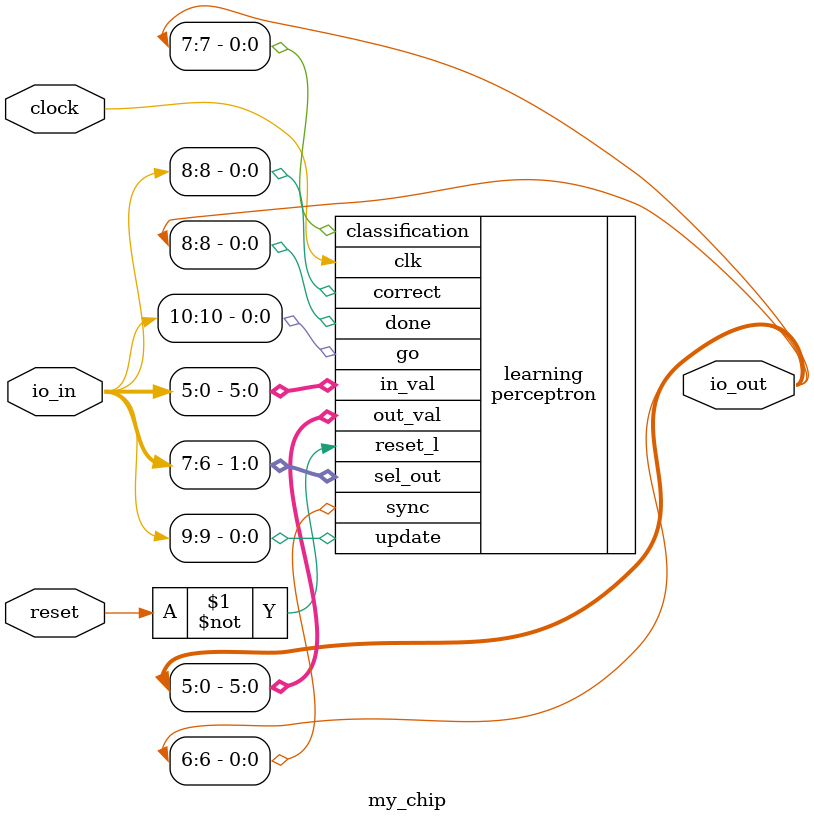
<source format=sv>
`default_nettype none

module my_chip (
    input logic [11:0] io_in, // Inputs to your chip
    output logic [11:0] io_out, // Outputs from your chip
    input logic clock,
    input logic reset); // Important: Reset is ACTIVE-HIGH
   
    perceptron learning(.clk(clock),
                         .reset_l(~reset),
                         .go(io_in[10]),
                         .update(io_in[9]),
                         .correct(io_in[8]),
                         .sel_out(io_in[7:6]),
                         .in_val(io_in[5:0]),
                         .done(io_out[8]),
                         .classification(io_out[7]),
                         .sync(io_out[6]),
                         .out_val(io_out[5:0]));

endmodule

</source>
